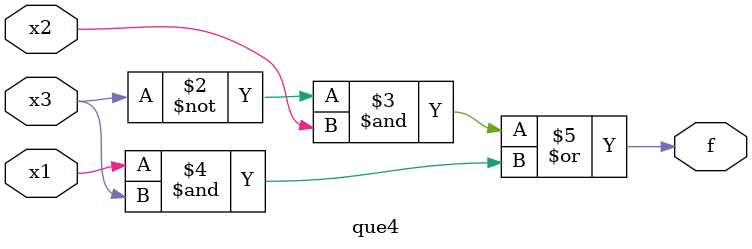
<source format=v>
module que4(input x1,x2,x3, output reg f);
	always @(*) begin
		 f = (~x3 & x2) | (x1 & x3);
	end
endmodule

</source>
